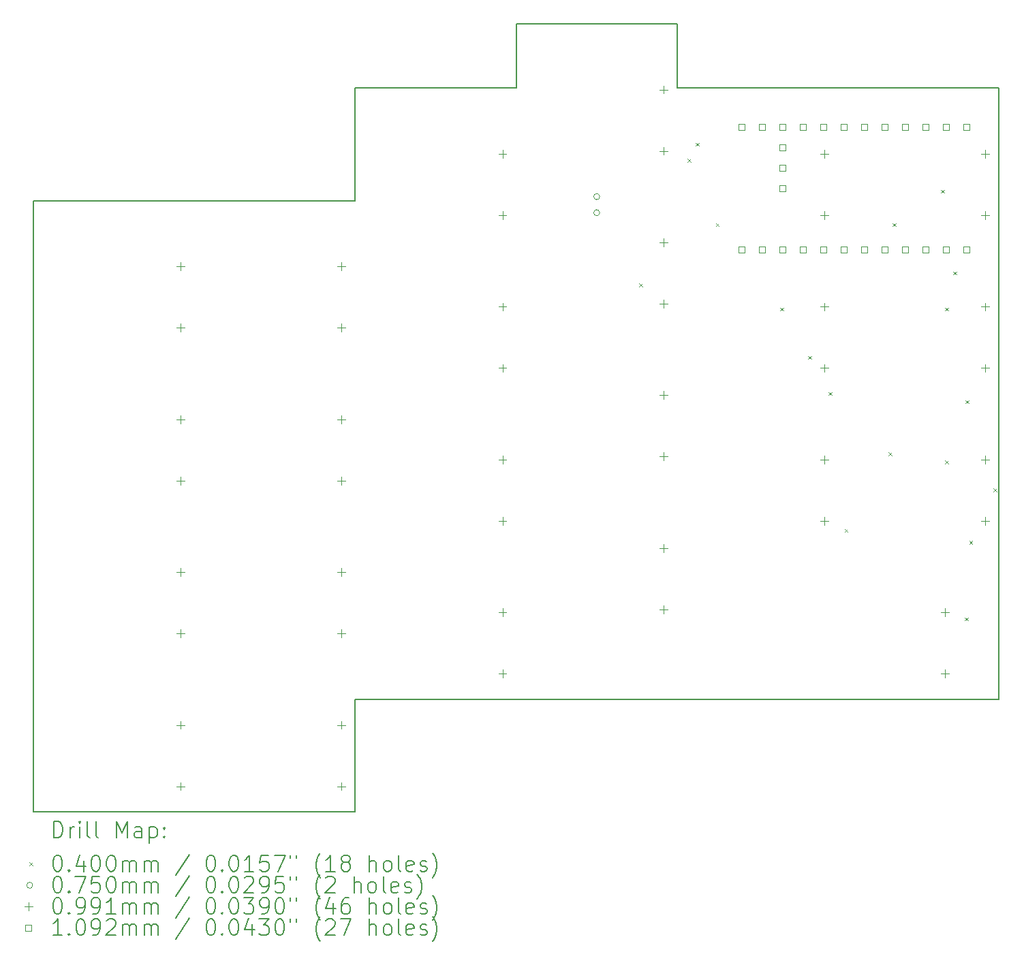
<source format=gbr>
%TF.GenerationSoftware,KiCad,Pcbnew,8.0.7*%
%TF.CreationDate,2025-01-04T23:43:08-07:00*%
%TF.ProjectId,left,6c656674-2e6b-4696-9361-645f70636258,v1.0.0*%
%TF.SameCoordinates,Original*%
%TF.FileFunction,Drillmap*%
%TF.FilePolarity,Positive*%
%FSLAX45Y45*%
G04 Gerber Fmt 4.5, Leading zero omitted, Abs format (unit mm)*
G04 Created by KiCad (PCBNEW 8.0.7) date 2025-01-04 23:43:08*
%MOMM*%
%LPD*%
G01*
G04 APERTURE LIST*
%ADD10C,0.150000*%
%ADD11C,0.200000*%
%ADD12C,0.100000*%
%ADD13C,0.109220*%
G04 APERTURE END LIST*
D10*
X9000000Y-15950000D02*
X9000000Y-8350000D01*
X9000000Y-8350000D02*
X13000000Y-8350000D01*
X13000000Y-8350000D02*
X13000000Y-6950000D01*
X13000000Y-6950000D02*
X15000000Y-6950000D01*
X15000000Y-6950000D02*
X15000000Y-6150000D01*
X15000000Y-6150000D02*
X17000000Y-6150000D01*
X17000000Y-6150000D02*
X17000000Y-6950000D01*
X17000000Y-6950000D02*
X21000000Y-6950000D01*
X21000000Y-6950000D02*
X21000000Y-14550000D01*
X13000000Y-14550000D02*
X21000000Y-14550000D01*
X13000000Y-14550000D02*
X13000000Y-15950000D01*
X13000000Y-15950000D02*
X9000000Y-15950000D01*
D11*
D12*
X16530000Y-9380000D02*
X16570000Y-9420000D01*
X16570000Y-9380000D02*
X16530000Y-9420000D01*
X17130000Y-7830000D02*
X17170000Y-7870000D01*
X17170000Y-7830000D02*
X17130000Y-7870000D01*
X17230000Y-7630000D02*
X17270000Y-7670000D01*
X17270000Y-7630000D02*
X17230000Y-7670000D01*
X17480000Y-8630000D02*
X17520000Y-8670000D01*
X17520000Y-8630000D02*
X17480000Y-8670000D01*
X18280000Y-9680000D02*
X18320000Y-9720000D01*
X18320000Y-9680000D02*
X18280000Y-9720000D01*
X18630000Y-10280000D02*
X18670000Y-10320000D01*
X18670000Y-10280000D02*
X18630000Y-10320000D01*
X18880000Y-10730000D02*
X18920000Y-10770000D01*
X18920000Y-10730000D02*
X18880000Y-10770000D01*
X19080000Y-12430000D02*
X19120000Y-12470000D01*
X19120000Y-12430000D02*
X19080000Y-12470000D01*
X19630000Y-11480000D02*
X19670000Y-11520000D01*
X19670000Y-11480000D02*
X19630000Y-11520000D01*
X19680000Y-8630000D02*
X19720000Y-8670000D01*
X19720000Y-8630000D02*
X19680000Y-8670000D01*
X20280000Y-8215000D02*
X20320000Y-8255000D01*
X20320000Y-8215000D02*
X20280000Y-8255000D01*
X20330000Y-9680000D02*
X20370000Y-9720000D01*
X20370000Y-9680000D02*
X20330000Y-9720000D01*
X20330000Y-11580000D02*
X20370000Y-11620000D01*
X20370000Y-11580000D02*
X20330000Y-11620000D01*
X20430000Y-9230000D02*
X20470000Y-9270000D01*
X20470000Y-9230000D02*
X20430000Y-9270000D01*
X20577639Y-13531836D02*
X20617639Y-13571836D01*
X20617639Y-13531836D02*
X20577639Y-13571836D01*
X20581265Y-10831265D02*
X20621265Y-10871265D01*
X20621265Y-10831265D02*
X20581265Y-10871265D01*
X20630000Y-12580000D02*
X20670000Y-12620000D01*
X20670000Y-12580000D02*
X20630000Y-12620000D01*
X20930000Y-11930000D02*
X20970000Y-11970000D01*
X20970000Y-11930000D02*
X20930000Y-11970000D01*
X16037500Y-8300000D02*
G75*
G02*
X15962500Y-8300000I-37500J0D01*
G01*
X15962500Y-8300000D02*
G75*
G02*
X16037500Y-8300000I37500J0D01*
G01*
X16037500Y-8500000D02*
G75*
G02*
X15962500Y-8500000I-37500J0D01*
G01*
X15962500Y-8500000D02*
G75*
G02*
X16037500Y-8500000I37500J0D01*
G01*
X10830000Y-9119470D02*
X10830000Y-9218530D01*
X10780470Y-9169000D02*
X10879530Y-9169000D01*
X10830000Y-9881470D02*
X10830000Y-9980530D01*
X10780470Y-9931000D02*
X10879530Y-9931000D01*
X10830000Y-11019470D02*
X10830000Y-11118530D01*
X10780470Y-11069000D02*
X10879530Y-11069000D01*
X10830000Y-11781470D02*
X10830000Y-11880530D01*
X10780470Y-11831000D02*
X10879530Y-11831000D01*
X10830000Y-12919470D02*
X10830000Y-13018530D01*
X10780470Y-12969000D02*
X10879530Y-12969000D01*
X10830000Y-13681470D02*
X10830000Y-13780530D01*
X10780470Y-13731000D02*
X10879530Y-13731000D01*
X10830000Y-14819470D02*
X10830000Y-14918530D01*
X10780470Y-14869000D02*
X10879530Y-14869000D01*
X10830000Y-15581470D02*
X10830000Y-15680530D01*
X10780470Y-15631000D02*
X10879530Y-15631000D01*
X12830000Y-9119470D02*
X12830000Y-9218530D01*
X12780470Y-9169000D02*
X12879530Y-9169000D01*
X12830000Y-9881470D02*
X12830000Y-9980530D01*
X12780470Y-9931000D02*
X12879530Y-9931000D01*
X12830000Y-11019470D02*
X12830000Y-11118530D01*
X12780470Y-11069000D02*
X12879530Y-11069000D01*
X12830000Y-11781470D02*
X12830000Y-11880530D01*
X12780470Y-11831000D02*
X12879530Y-11831000D01*
X12830000Y-12919470D02*
X12830000Y-13018530D01*
X12780470Y-12969000D02*
X12879530Y-12969000D01*
X12830000Y-13681470D02*
X12830000Y-13780530D01*
X12780470Y-13731000D02*
X12879530Y-13731000D01*
X12830000Y-14819470D02*
X12830000Y-14918530D01*
X12780470Y-14869000D02*
X12879530Y-14869000D01*
X12830000Y-15581470D02*
X12830000Y-15680530D01*
X12780470Y-15631000D02*
X12879530Y-15631000D01*
X14830000Y-7719470D02*
X14830000Y-7818530D01*
X14780470Y-7769000D02*
X14879530Y-7769000D01*
X14830000Y-8481470D02*
X14830000Y-8580530D01*
X14780470Y-8531000D02*
X14879530Y-8531000D01*
X14830000Y-9619470D02*
X14830000Y-9718530D01*
X14780470Y-9669000D02*
X14879530Y-9669000D01*
X14830000Y-10381470D02*
X14830000Y-10480530D01*
X14780470Y-10431000D02*
X14879530Y-10431000D01*
X14830000Y-11519470D02*
X14830000Y-11618530D01*
X14780470Y-11569000D02*
X14879530Y-11569000D01*
X14830000Y-12281470D02*
X14830000Y-12380530D01*
X14780470Y-12331000D02*
X14879530Y-12331000D01*
X14830000Y-13419470D02*
X14830000Y-13518530D01*
X14780470Y-13469000D02*
X14879530Y-13469000D01*
X14830000Y-14181470D02*
X14830000Y-14280530D01*
X14780470Y-14231000D02*
X14879530Y-14231000D01*
X16830000Y-6919470D02*
X16830000Y-7018530D01*
X16780470Y-6969000D02*
X16879530Y-6969000D01*
X16830000Y-7681470D02*
X16830000Y-7780530D01*
X16780470Y-7731000D02*
X16879530Y-7731000D01*
X16830000Y-8819470D02*
X16830000Y-8918530D01*
X16780470Y-8869000D02*
X16879530Y-8869000D01*
X16830000Y-9581470D02*
X16830000Y-9680530D01*
X16780470Y-9631000D02*
X16879530Y-9631000D01*
X16830000Y-10719470D02*
X16830000Y-10818530D01*
X16780470Y-10769000D02*
X16879530Y-10769000D01*
X16830000Y-11481470D02*
X16830000Y-11580530D01*
X16780470Y-11531000D02*
X16879530Y-11531000D01*
X16830000Y-12619470D02*
X16830000Y-12718530D01*
X16780470Y-12669000D02*
X16879530Y-12669000D01*
X16830000Y-13381470D02*
X16830000Y-13480530D01*
X16780470Y-13431000D02*
X16879530Y-13431000D01*
X18830000Y-7719470D02*
X18830000Y-7818530D01*
X18780470Y-7769000D02*
X18879530Y-7769000D01*
X18830000Y-8481470D02*
X18830000Y-8580530D01*
X18780470Y-8531000D02*
X18879530Y-8531000D01*
X18830000Y-9619470D02*
X18830000Y-9718530D01*
X18780470Y-9669000D02*
X18879530Y-9669000D01*
X18830000Y-10381470D02*
X18830000Y-10480530D01*
X18780470Y-10431000D02*
X18879530Y-10431000D01*
X18830000Y-11519470D02*
X18830000Y-11618530D01*
X18780470Y-11569000D02*
X18879530Y-11569000D01*
X18830000Y-12281470D02*
X18830000Y-12380530D01*
X18780470Y-12331000D02*
X18879530Y-12331000D01*
X20330000Y-13419470D02*
X20330000Y-13518530D01*
X20280470Y-13469000D02*
X20379530Y-13469000D01*
X20330000Y-14181470D02*
X20330000Y-14280530D01*
X20280470Y-14231000D02*
X20379530Y-14231000D01*
X20830000Y-7719470D02*
X20830000Y-7818530D01*
X20780470Y-7769000D02*
X20879530Y-7769000D01*
X20830000Y-8481470D02*
X20830000Y-8580530D01*
X20780470Y-8531000D02*
X20879530Y-8531000D01*
X20830000Y-9619470D02*
X20830000Y-9718530D01*
X20780470Y-9669000D02*
X20879530Y-9669000D01*
X20830000Y-10381470D02*
X20830000Y-10480530D01*
X20780470Y-10431000D02*
X20879530Y-10431000D01*
X20830000Y-11519470D02*
X20830000Y-11618530D01*
X20780470Y-11569000D02*
X20879530Y-11569000D01*
X20830000Y-12281470D02*
X20830000Y-12380530D01*
X20780470Y-12331000D02*
X20879530Y-12331000D01*
D13*
X17841616Y-7476615D02*
X17841616Y-7399384D01*
X17764385Y-7399384D01*
X17764385Y-7476615D01*
X17841616Y-7476615D01*
X17841616Y-9000616D02*
X17841616Y-8923385D01*
X17764385Y-8923385D01*
X17764385Y-9000616D01*
X17841616Y-9000616D01*
X18095616Y-7476615D02*
X18095616Y-7399384D01*
X18018385Y-7399384D01*
X18018385Y-7476615D01*
X18095616Y-7476615D01*
X18095616Y-9000616D02*
X18095616Y-8923385D01*
X18018385Y-8923385D01*
X18018385Y-9000616D01*
X18095616Y-9000616D01*
X18349616Y-7476615D02*
X18349616Y-7399384D01*
X18272385Y-7399384D01*
X18272385Y-7476615D01*
X18349616Y-7476615D01*
X18349616Y-7730615D02*
X18349616Y-7653384D01*
X18272385Y-7653384D01*
X18272385Y-7730615D01*
X18349616Y-7730615D01*
X18349616Y-7984615D02*
X18349616Y-7907384D01*
X18272385Y-7907384D01*
X18272385Y-7984615D01*
X18349616Y-7984615D01*
X18349616Y-8238615D02*
X18349616Y-8161384D01*
X18272385Y-8161384D01*
X18272385Y-8238615D01*
X18349616Y-8238615D01*
X18349616Y-9000616D02*
X18349616Y-8923385D01*
X18272385Y-8923385D01*
X18272385Y-9000616D01*
X18349616Y-9000616D01*
X18603616Y-7476615D02*
X18603616Y-7399384D01*
X18526385Y-7399384D01*
X18526385Y-7476615D01*
X18603616Y-7476615D01*
X18603616Y-9000616D02*
X18603616Y-8923385D01*
X18526385Y-8923385D01*
X18526385Y-9000616D01*
X18603616Y-9000616D01*
X18857616Y-7476615D02*
X18857616Y-7399384D01*
X18780385Y-7399384D01*
X18780385Y-7476615D01*
X18857616Y-7476615D01*
X18857616Y-9000616D02*
X18857616Y-8923385D01*
X18780385Y-8923385D01*
X18780385Y-9000616D01*
X18857616Y-9000616D01*
X19111616Y-7476615D02*
X19111616Y-7399384D01*
X19034385Y-7399384D01*
X19034385Y-7476615D01*
X19111616Y-7476615D01*
X19111616Y-9000616D02*
X19111616Y-8923385D01*
X19034385Y-8923385D01*
X19034385Y-9000616D01*
X19111616Y-9000616D01*
X19365616Y-7476615D02*
X19365616Y-7399384D01*
X19288385Y-7399384D01*
X19288385Y-7476615D01*
X19365616Y-7476615D01*
X19365616Y-9000616D02*
X19365616Y-8923385D01*
X19288385Y-8923385D01*
X19288385Y-9000616D01*
X19365616Y-9000616D01*
X19619616Y-7476615D02*
X19619616Y-7399384D01*
X19542385Y-7399384D01*
X19542385Y-7476615D01*
X19619616Y-7476615D01*
X19619616Y-9000616D02*
X19619616Y-8923385D01*
X19542385Y-8923385D01*
X19542385Y-9000616D01*
X19619616Y-9000616D01*
X19873616Y-7476615D02*
X19873616Y-7399384D01*
X19796385Y-7399384D01*
X19796385Y-7476615D01*
X19873616Y-7476615D01*
X19873616Y-9000616D02*
X19873616Y-8923385D01*
X19796385Y-8923385D01*
X19796385Y-9000616D01*
X19873616Y-9000616D01*
X20127616Y-7476615D02*
X20127616Y-7399384D01*
X20050385Y-7399384D01*
X20050385Y-7476615D01*
X20127616Y-7476615D01*
X20127616Y-9000616D02*
X20127616Y-8923385D01*
X20050385Y-8923385D01*
X20050385Y-9000616D01*
X20127616Y-9000616D01*
X20381616Y-7476615D02*
X20381616Y-7399384D01*
X20304385Y-7399384D01*
X20304385Y-7476615D01*
X20381616Y-7476615D01*
X20381616Y-9000616D02*
X20381616Y-8923385D01*
X20304385Y-8923385D01*
X20304385Y-9000616D01*
X20381616Y-9000616D01*
X20635616Y-7476615D02*
X20635616Y-7399384D01*
X20558385Y-7399384D01*
X20558385Y-7476615D01*
X20635616Y-7476615D01*
X20635616Y-9000616D02*
X20635616Y-8923385D01*
X20558385Y-8923385D01*
X20558385Y-9000616D01*
X20635616Y-9000616D01*
D11*
X9253277Y-16268984D02*
X9253277Y-16068984D01*
X9253277Y-16068984D02*
X9300896Y-16068984D01*
X9300896Y-16068984D02*
X9329467Y-16078508D01*
X9329467Y-16078508D02*
X9348515Y-16097555D01*
X9348515Y-16097555D02*
X9358039Y-16116603D01*
X9358039Y-16116603D02*
X9367563Y-16154698D01*
X9367563Y-16154698D02*
X9367563Y-16183269D01*
X9367563Y-16183269D02*
X9358039Y-16221365D01*
X9358039Y-16221365D02*
X9348515Y-16240412D01*
X9348515Y-16240412D02*
X9329467Y-16259460D01*
X9329467Y-16259460D02*
X9300896Y-16268984D01*
X9300896Y-16268984D02*
X9253277Y-16268984D01*
X9453277Y-16268984D02*
X9453277Y-16135650D01*
X9453277Y-16173746D02*
X9462801Y-16154698D01*
X9462801Y-16154698D02*
X9472324Y-16145174D01*
X9472324Y-16145174D02*
X9491372Y-16135650D01*
X9491372Y-16135650D02*
X9510420Y-16135650D01*
X9577086Y-16268984D02*
X9577086Y-16135650D01*
X9577086Y-16068984D02*
X9567563Y-16078508D01*
X9567563Y-16078508D02*
X9577086Y-16088031D01*
X9577086Y-16088031D02*
X9586610Y-16078508D01*
X9586610Y-16078508D02*
X9577086Y-16068984D01*
X9577086Y-16068984D02*
X9577086Y-16088031D01*
X9700896Y-16268984D02*
X9681848Y-16259460D01*
X9681848Y-16259460D02*
X9672324Y-16240412D01*
X9672324Y-16240412D02*
X9672324Y-16068984D01*
X9805658Y-16268984D02*
X9786610Y-16259460D01*
X9786610Y-16259460D02*
X9777086Y-16240412D01*
X9777086Y-16240412D02*
X9777086Y-16068984D01*
X10034229Y-16268984D02*
X10034229Y-16068984D01*
X10034229Y-16068984D02*
X10100896Y-16211841D01*
X10100896Y-16211841D02*
X10167563Y-16068984D01*
X10167563Y-16068984D02*
X10167563Y-16268984D01*
X10348515Y-16268984D02*
X10348515Y-16164222D01*
X10348515Y-16164222D02*
X10338991Y-16145174D01*
X10338991Y-16145174D02*
X10319944Y-16135650D01*
X10319944Y-16135650D02*
X10281848Y-16135650D01*
X10281848Y-16135650D02*
X10262801Y-16145174D01*
X10348515Y-16259460D02*
X10329467Y-16268984D01*
X10329467Y-16268984D02*
X10281848Y-16268984D01*
X10281848Y-16268984D02*
X10262801Y-16259460D01*
X10262801Y-16259460D02*
X10253277Y-16240412D01*
X10253277Y-16240412D02*
X10253277Y-16221365D01*
X10253277Y-16221365D02*
X10262801Y-16202317D01*
X10262801Y-16202317D02*
X10281848Y-16192793D01*
X10281848Y-16192793D02*
X10329467Y-16192793D01*
X10329467Y-16192793D02*
X10348515Y-16183269D01*
X10443753Y-16135650D02*
X10443753Y-16335650D01*
X10443753Y-16145174D02*
X10462801Y-16135650D01*
X10462801Y-16135650D02*
X10500896Y-16135650D01*
X10500896Y-16135650D02*
X10519944Y-16145174D01*
X10519944Y-16145174D02*
X10529467Y-16154698D01*
X10529467Y-16154698D02*
X10538991Y-16173746D01*
X10538991Y-16173746D02*
X10538991Y-16230888D01*
X10538991Y-16230888D02*
X10529467Y-16249936D01*
X10529467Y-16249936D02*
X10519944Y-16259460D01*
X10519944Y-16259460D02*
X10500896Y-16268984D01*
X10500896Y-16268984D02*
X10462801Y-16268984D01*
X10462801Y-16268984D02*
X10443753Y-16259460D01*
X10624705Y-16249936D02*
X10634229Y-16259460D01*
X10634229Y-16259460D02*
X10624705Y-16268984D01*
X10624705Y-16268984D02*
X10615182Y-16259460D01*
X10615182Y-16259460D02*
X10624705Y-16249936D01*
X10624705Y-16249936D02*
X10624705Y-16268984D01*
X10624705Y-16145174D02*
X10634229Y-16154698D01*
X10634229Y-16154698D02*
X10624705Y-16164222D01*
X10624705Y-16164222D02*
X10615182Y-16154698D01*
X10615182Y-16154698D02*
X10624705Y-16145174D01*
X10624705Y-16145174D02*
X10624705Y-16164222D01*
D12*
X8952500Y-16577500D02*
X8992500Y-16617500D01*
X8992500Y-16577500D02*
X8952500Y-16617500D01*
D11*
X9291372Y-16488984D02*
X9310420Y-16488984D01*
X9310420Y-16488984D02*
X9329467Y-16498508D01*
X9329467Y-16498508D02*
X9338991Y-16508031D01*
X9338991Y-16508031D02*
X9348515Y-16527079D01*
X9348515Y-16527079D02*
X9358039Y-16565174D01*
X9358039Y-16565174D02*
X9358039Y-16612793D01*
X9358039Y-16612793D02*
X9348515Y-16650888D01*
X9348515Y-16650888D02*
X9338991Y-16669936D01*
X9338991Y-16669936D02*
X9329467Y-16679460D01*
X9329467Y-16679460D02*
X9310420Y-16688984D01*
X9310420Y-16688984D02*
X9291372Y-16688984D01*
X9291372Y-16688984D02*
X9272324Y-16679460D01*
X9272324Y-16679460D02*
X9262801Y-16669936D01*
X9262801Y-16669936D02*
X9253277Y-16650888D01*
X9253277Y-16650888D02*
X9243753Y-16612793D01*
X9243753Y-16612793D02*
X9243753Y-16565174D01*
X9243753Y-16565174D02*
X9253277Y-16527079D01*
X9253277Y-16527079D02*
X9262801Y-16508031D01*
X9262801Y-16508031D02*
X9272324Y-16498508D01*
X9272324Y-16498508D02*
X9291372Y-16488984D01*
X9443753Y-16669936D02*
X9453277Y-16679460D01*
X9453277Y-16679460D02*
X9443753Y-16688984D01*
X9443753Y-16688984D02*
X9434229Y-16679460D01*
X9434229Y-16679460D02*
X9443753Y-16669936D01*
X9443753Y-16669936D02*
X9443753Y-16688984D01*
X9624705Y-16555650D02*
X9624705Y-16688984D01*
X9577086Y-16479460D02*
X9529467Y-16622317D01*
X9529467Y-16622317D02*
X9653277Y-16622317D01*
X9767563Y-16488984D02*
X9786610Y-16488984D01*
X9786610Y-16488984D02*
X9805658Y-16498508D01*
X9805658Y-16498508D02*
X9815182Y-16508031D01*
X9815182Y-16508031D02*
X9824705Y-16527079D01*
X9824705Y-16527079D02*
X9834229Y-16565174D01*
X9834229Y-16565174D02*
X9834229Y-16612793D01*
X9834229Y-16612793D02*
X9824705Y-16650888D01*
X9824705Y-16650888D02*
X9815182Y-16669936D01*
X9815182Y-16669936D02*
X9805658Y-16679460D01*
X9805658Y-16679460D02*
X9786610Y-16688984D01*
X9786610Y-16688984D02*
X9767563Y-16688984D01*
X9767563Y-16688984D02*
X9748515Y-16679460D01*
X9748515Y-16679460D02*
X9738991Y-16669936D01*
X9738991Y-16669936D02*
X9729467Y-16650888D01*
X9729467Y-16650888D02*
X9719944Y-16612793D01*
X9719944Y-16612793D02*
X9719944Y-16565174D01*
X9719944Y-16565174D02*
X9729467Y-16527079D01*
X9729467Y-16527079D02*
X9738991Y-16508031D01*
X9738991Y-16508031D02*
X9748515Y-16498508D01*
X9748515Y-16498508D02*
X9767563Y-16488984D01*
X9958039Y-16488984D02*
X9977086Y-16488984D01*
X9977086Y-16488984D02*
X9996134Y-16498508D01*
X9996134Y-16498508D02*
X10005658Y-16508031D01*
X10005658Y-16508031D02*
X10015182Y-16527079D01*
X10015182Y-16527079D02*
X10024705Y-16565174D01*
X10024705Y-16565174D02*
X10024705Y-16612793D01*
X10024705Y-16612793D02*
X10015182Y-16650888D01*
X10015182Y-16650888D02*
X10005658Y-16669936D01*
X10005658Y-16669936D02*
X9996134Y-16679460D01*
X9996134Y-16679460D02*
X9977086Y-16688984D01*
X9977086Y-16688984D02*
X9958039Y-16688984D01*
X9958039Y-16688984D02*
X9938991Y-16679460D01*
X9938991Y-16679460D02*
X9929467Y-16669936D01*
X9929467Y-16669936D02*
X9919944Y-16650888D01*
X9919944Y-16650888D02*
X9910420Y-16612793D01*
X9910420Y-16612793D02*
X9910420Y-16565174D01*
X9910420Y-16565174D02*
X9919944Y-16527079D01*
X9919944Y-16527079D02*
X9929467Y-16508031D01*
X9929467Y-16508031D02*
X9938991Y-16498508D01*
X9938991Y-16498508D02*
X9958039Y-16488984D01*
X10110420Y-16688984D02*
X10110420Y-16555650D01*
X10110420Y-16574698D02*
X10119944Y-16565174D01*
X10119944Y-16565174D02*
X10138991Y-16555650D01*
X10138991Y-16555650D02*
X10167563Y-16555650D01*
X10167563Y-16555650D02*
X10186610Y-16565174D01*
X10186610Y-16565174D02*
X10196134Y-16584222D01*
X10196134Y-16584222D02*
X10196134Y-16688984D01*
X10196134Y-16584222D02*
X10205658Y-16565174D01*
X10205658Y-16565174D02*
X10224705Y-16555650D01*
X10224705Y-16555650D02*
X10253277Y-16555650D01*
X10253277Y-16555650D02*
X10272325Y-16565174D01*
X10272325Y-16565174D02*
X10281848Y-16584222D01*
X10281848Y-16584222D02*
X10281848Y-16688984D01*
X10377086Y-16688984D02*
X10377086Y-16555650D01*
X10377086Y-16574698D02*
X10386610Y-16565174D01*
X10386610Y-16565174D02*
X10405658Y-16555650D01*
X10405658Y-16555650D02*
X10434229Y-16555650D01*
X10434229Y-16555650D02*
X10453277Y-16565174D01*
X10453277Y-16565174D02*
X10462801Y-16584222D01*
X10462801Y-16584222D02*
X10462801Y-16688984D01*
X10462801Y-16584222D02*
X10472325Y-16565174D01*
X10472325Y-16565174D02*
X10491372Y-16555650D01*
X10491372Y-16555650D02*
X10519944Y-16555650D01*
X10519944Y-16555650D02*
X10538991Y-16565174D01*
X10538991Y-16565174D02*
X10548515Y-16584222D01*
X10548515Y-16584222D02*
X10548515Y-16688984D01*
X10938991Y-16479460D02*
X10767563Y-16736603D01*
X11196134Y-16488984D02*
X11215182Y-16488984D01*
X11215182Y-16488984D02*
X11234229Y-16498508D01*
X11234229Y-16498508D02*
X11243753Y-16508031D01*
X11243753Y-16508031D02*
X11253277Y-16527079D01*
X11253277Y-16527079D02*
X11262801Y-16565174D01*
X11262801Y-16565174D02*
X11262801Y-16612793D01*
X11262801Y-16612793D02*
X11253277Y-16650888D01*
X11253277Y-16650888D02*
X11243753Y-16669936D01*
X11243753Y-16669936D02*
X11234229Y-16679460D01*
X11234229Y-16679460D02*
X11215182Y-16688984D01*
X11215182Y-16688984D02*
X11196134Y-16688984D01*
X11196134Y-16688984D02*
X11177087Y-16679460D01*
X11177087Y-16679460D02*
X11167563Y-16669936D01*
X11167563Y-16669936D02*
X11158039Y-16650888D01*
X11158039Y-16650888D02*
X11148515Y-16612793D01*
X11148515Y-16612793D02*
X11148515Y-16565174D01*
X11148515Y-16565174D02*
X11158039Y-16527079D01*
X11158039Y-16527079D02*
X11167563Y-16508031D01*
X11167563Y-16508031D02*
X11177087Y-16498508D01*
X11177087Y-16498508D02*
X11196134Y-16488984D01*
X11348515Y-16669936D02*
X11358039Y-16679460D01*
X11358039Y-16679460D02*
X11348515Y-16688984D01*
X11348515Y-16688984D02*
X11338991Y-16679460D01*
X11338991Y-16679460D02*
X11348515Y-16669936D01*
X11348515Y-16669936D02*
X11348515Y-16688984D01*
X11481848Y-16488984D02*
X11500896Y-16488984D01*
X11500896Y-16488984D02*
X11519944Y-16498508D01*
X11519944Y-16498508D02*
X11529467Y-16508031D01*
X11529467Y-16508031D02*
X11538991Y-16527079D01*
X11538991Y-16527079D02*
X11548515Y-16565174D01*
X11548515Y-16565174D02*
X11548515Y-16612793D01*
X11548515Y-16612793D02*
X11538991Y-16650888D01*
X11538991Y-16650888D02*
X11529467Y-16669936D01*
X11529467Y-16669936D02*
X11519944Y-16679460D01*
X11519944Y-16679460D02*
X11500896Y-16688984D01*
X11500896Y-16688984D02*
X11481848Y-16688984D01*
X11481848Y-16688984D02*
X11462801Y-16679460D01*
X11462801Y-16679460D02*
X11453277Y-16669936D01*
X11453277Y-16669936D02*
X11443753Y-16650888D01*
X11443753Y-16650888D02*
X11434229Y-16612793D01*
X11434229Y-16612793D02*
X11434229Y-16565174D01*
X11434229Y-16565174D02*
X11443753Y-16527079D01*
X11443753Y-16527079D02*
X11453277Y-16508031D01*
X11453277Y-16508031D02*
X11462801Y-16498508D01*
X11462801Y-16498508D02*
X11481848Y-16488984D01*
X11738991Y-16688984D02*
X11624706Y-16688984D01*
X11681848Y-16688984D02*
X11681848Y-16488984D01*
X11681848Y-16488984D02*
X11662801Y-16517555D01*
X11662801Y-16517555D02*
X11643753Y-16536603D01*
X11643753Y-16536603D02*
X11624706Y-16546127D01*
X11919944Y-16488984D02*
X11824706Y-16488984D01*
X11824706Y-16488984D02*
X11815182Y-16584222D01*
X11815182Y-16584222D02*
X11824706Y-16574698D01*
X11824706Y-16574698D02*
X11843753Y-16565174D01*
X11843753Y-16565174D02*
X11891372Y-16565174D01*
X11891372Y-16565174D02*
X11910420Y-16574698D01*
X11910420Y-16574698D02*
X11919944Y-16584222D01*
X11919944Y-16584222D02*
X11929467Y-16603269D01*
X11929467Y-16603269D02*
X11929467Y-16650888D01*
X11929467Y-16650888D02*
X11919944Y-16669936D01*
X11919944Y-16669936D02*
X11910420Y-16679460D01*
X11910420Y-16679460D02*
X11891372Y-16688984D01*
X11891372Y-16688984D02*
X11843753Y-16688984D01*
X11843753Y-16688984D02*
X11824706Y-16679460D01*
X11824706Y-16679460D02*
X11815182Y-16669936D01*
X11996134Y-16488984D02*
X12129467Y-16488984D01*
X12129467Y-16488984D02*
X12043753Y-16688984D01*
X12196134Y-16488984D02*
X12196134Y-16527079D01*
X12272325Y-16488984D02*
X12272325Y-16527079D01*
X12567563Y-16765174D02*
X12558039Y-16755650D01*
X12558039Y-16755650D02*
X12538991Y-16727079D01*
X12538991Y-16727079D02*
X12529468Y-16708031D01*
X12529468Y-16708031D02*
X12519944Y-16679460D01*
X12519944Y-16679460D02*
X12510420Y-16631841D01*
X12510420Y-16631841D02*
X12510420Y-16593746D01*
X12510420Y-16593746D02*
X12519944Y-16546127D01*
X12519944Y-16546127D02*
X12529468Y-16517555D01*
X12529468Y-16517555D02*
X12538991Y-16498508D01*
X12538991Y-16498508D02*
X12558039Y-16469936D01*
X12558039Y-16469936D02*
X12567563Y-16460412D01*
X12748515Y-16688984D02*
X12634229Y-16688984D01*
X12691372Y-16688984D02*
X12691372Y-16488984D01*
X12691372Y-16488984D02*
X12672325Y-16517555D01*
X12672325Y-16517555D02*
X12653277Y-16536603D01*
X12653277Y-16536603D02*
X12634229Y-16546127D01*
X12862801Y-16574698D02*
X12843753Y-16565174D01*
X12843753Y-16565174D02*
X12834229Y-16555650D01*
X12834229Y-16555650D02*
X12824706Y-16536603D01*
X12824706Y-16536603D02*
X12824706Y-16527079D01*
X12824706Y-16527079D02*
X12834229Y-16508031D01*
X12834229Y-16508031D02*
X12843753Y-16498508D01*
X12843753Y-16498508D02*
X12862801Y-16488984D01*
X12862801Y-16488984D02*
X12900896Y-16488984D01*
X12900896Y-16488984D02*
X12919944Y-16498508D01*
X12919944Y-16498508D02*
X12929468Y-16508031D01*
X12929468Y-16508031D02*
X12938991Y-16527079D01*
X12938991Y-16527079D02*
X12938991Y-16536603D01*
X12938991Y-16536603D02*
X12929468Y-16555650D01*
X12929468Y-16555650D02*
X12919944Y-16565174D01*
X12919944Y-16565174D02*
X12900896Y-16574698D01*
X12900896Y-16574698D02*
X12862801Y-16574698D01*
X12862801Y-16574698D02*
X12843753Y-16584222D01*
X12843753Y-16584222D02*
X12834229Y-16593746D01*
X12834229Y-16593746D02*
X12824706Y-16612793D01*
X12824706Y-16612793D02*
X12824706Y-16650888D01*
X12824706Y-16650888D02*
X12834229Y-16669936D01*
X12834229Y-16669936D02*
X12843753Y-16679460D01*
X12843753Y-16679460D02*
X12862801Y-16688984D01*
X12862801Y-16688984D02*
X12900896Y-16688984D01*
X12900896Y-16688984D02*
X12919944Y-16679460D01*
X12919944Y-16679460D02*
X12929468Y-16669936D01*
X12929468Y-16669936D02*
X12938991Y-16650888D01*
X12938991Y-16650888D02*
X12938991Y-16612793D01*
X12938991Y-16612793D02*
X12929468Y-16593746D01*
X12929468Y-16593746D02*
X12919944Y-16584222D01*
X12919944Y-16584222D02*
X12900896Y-16574698D01*
X13177087Y-16688984D02*
X13177087Y-16488984D01*
X13262801Y-16688984D02*
X13262801Y-16584222D01*
X13262801Y-16584222D02*
X13253277Y-16565174D01*
X13253277Y-16565174D02*
X13234230Y-16555650D01*
X13234230Y-16555650D02*
X13205658Y-16555650D01*
X13205658Y-16555650D02*
X13186610Y-16565174D01*
X13186610Y-16565174D02*
X13177087Y-16574698D01*
X13386610Y-16688984D02*
X13367563Y-16679460D01*
X13367563Y-16679460D02*
X13358039Y-16669936D01*
X13358039Y-16669936D02*
X13348515Y-16650888D01*
X13348515Y-16650888D02*
X13348515Y-16593746D01*
X13348515Y-16593746D02*
X13358039Y-16574698D01*
X13358039Y-16574698D02*
X13367563Y-16565174D01*
X13367563Y-16565174D02*
X13386610Y-16555650D01*
X13386610Y-16555650D02*
X13415182Y-16555650D01*
X13415182Y-16555650D02*
X13434230Y-16565174D01*
X13434230Y-16565174D02*
X13443753Y-16574698D01*
X13443753Y-16574698D02*
X13453277Y-16593746D01*
X13453277Y-16593746D02*
X13453277Y-16650888D01*
X13453277Y-16650888D02*
X13443753Y-16669936D01*
X13443753Y-16669936D02*
X13434230Y-16679460D01*
X13434230Y-16679460D02*
X13415182Y-16688984D01*
X13415182Y-16688984D02*
X13386610Y-16688984D01*
X13567563Y-16688984D02*
X13548515Y-16679460D01*
X13548515Y-16679460D02*
X13538991Y-16660412D01*
X13538991Y-16660412D02*
X13538991Y-16488984D01*
X13719944Y-16679460D02*
X13700896Y-16688984D01*
X13700896Y-16688984D02*
X13662801Y-16688984D01*
X13662801Y-16688984D02*
X13643753Y-16679460D01*
X13643753Y-16679460D02*
X13634230Y-16660412D01*
X13634230Y-16660412D02*
X13634230Y-16584222D01*
X13634230Y-16584222D02*
X13643753Y-16565174D01*
X13643753Y-16565174D02*
X13662801Y-16555650D01*
X13662801Y-16555650D02*
X13700896Y-16555650D01*
X13700896Y-16555650D02*
X13719944Y-16565174D01*
X13719944Y-16565174D02*
X13729468Y-16584222D01*
X13729468Y-16584222D02*
X13729468Y-16603269D01*
X13729468Y-16603269D02*
X13634230Y-16622317D01*
X13805658Y-16679460D02*
X13824706Y-16688984D01*
X13824706Y-16688984D02*
X13862801Y-16688984D01*
X13862801Y-16688984D02*
X13881849Y-16679460D01*
X13881849Y-16679460D02*
X13891372Y-16660412D01*
X13891372Y-16660412D02*
X13891372Y-16650888D01*
X13891372Y-16650888D02*
X13881849Y-16631841D01*
X13881849Y-16631841D02*
X13862801Y-16622317D01*
X13862801Y-16622317D02*
X13834230Y-16622317D01*
X13834230Y-16622317D02*
X13815182Y-16612793D01*
X13815182Y-16612793D02*
X13805658Y-16593746D01*
X13805658Y-16593746D02*
X13805658Y-16584222D01*
X13805658Y-16584222D02*
X13815182Y-16565174D01*
X13815182Y-16565174D02*
X13834230Y-16555650D01*
X13834230Y-16555650D02*
X13862801Y-16555650D01*
X13862801Y-16555650D02*
X13881849Y-16565174D01*
X13958039Y-16765174D02*
X13967563Y-16755650D01*
X13967563Y-16755650D02*
X13986611Y-16727079D01*
X13986611Y-16727079D02*
X13996134Y-16708031D01*
X13996134Y-16708031D02*
X14005658Y-16679460D01*
X14005658Y-16679460D02*
X14015182Y-16631841D01*
X14015182Y-16631841D02*
X14015182Y-16593746D01*
X14015182Y-16593746D02*
X14005658Y-16546127D01*
X14005658Y-16546127D02*
X13996134Y-16517555D01*
X13996134Y-16517555D02*
X13986611Y-16498508D01*
X13986611Y-16498508D02*
X13967563Y-16469936D01*
X13967563Y-16469936D02*
X13958039Y-16460412D01*
D12*
X8992500Y-16861500D02*
G75*
G02*
X8917500Y-16861500I-37500J0D01*
G01*
X8917500Y-16861500D02*
G75*
G02*
X8992500Y-16861500I37500J0D01*
G01*
D11*
X9291372Y-16752984D02*
X9310420Y-16752984D01*
X9310420Y-16752984D02*
X9329467Y-16762508D01*
X9329467Y-16762508D02*
X9338991Y-16772031D01*
X9338991Y-16772031D02*
X9348515Y-16791079D01*
X9348515Y-16791079D02*
X9358039Y-16829174D01*
X9358039Y-16829174D02*
X9358039Y-16876793D01*
X9358039Y-16876793D02*
X9348515Y-16914889D01*
X9348515Y-16914889D02*
X9338991Y-16933936D01*
X9338991Y-16933936D02*
X9329467Y-16943460D01*
X9329467Y-16943460D02*
X9310420Y-16952984D01*
X9310420Y-16952984D02*
X9291372Y-16952984D01*
X9291372Y-16952984D02*
X9272324Y-16943460D01*
X9272324Y-16943460D02*
X9262801Y-16933936D01*
X9262801Y-16933936D02*
X9253277Y-16914889D01*
X9253277Y-16914889D02*
X9243753Y-16876793D01*
X9243753Y-16876793D02*
X9243753Y-16829174D01*
X9243753Y-16829174D02*
X9253277Y-16791079D01*
X9253277Y-16791079D02*
X9262801Y-16772031D01*
X9262801Y-16772031D02*
X9272324Y-16762508D01*
X9272324Y-16762508D02*
X9291372Y-16752984D01*
X9443753Y-16933936D02*
X9453277Y-16943460D01*
X9453277Y-16943460D02*
X9443753Y-16952984D01*
X9443753Y-16952984D02*
X9434229Y-16943460D01*
X9434229Y-16943460D02*
X9443753Y-16933936D01*
X9443753Y-16933936D02*
X9443753Y-16952984D01*
X9519944Y-16752984D02*
X9653277Y-16752984D01*
X9653277Y-16752984D02*
X9567563Y-16952984D01*
X9824705Y-16752984D02*
X9729467Y-16752984D01*
X9729467Y-16752984D02*
X9719944Y-16848222D01*
X9719944Y-16848222D02*
X9729467Y-16838698D01*
X9729467Y-16838698D02*
X9748515Y-16829174D01*
X9748515Y-16829174D02*
X9796134Y-16829174D01*
X9796134Y-16829174D02*
X9815182Y-16838698D01*
X9815182Y-16838698D02*
X9824705Y-16848222D01*
X9824705Y-16848222D02*
X9834229Y-16867270D01*
X9834229Y-16867270D02*
X9834229Y-16914889D01*
X9834229Y-16914889D02*
X9824705Y-16933936D01*
X9824705Y-16933936D02*
X9815182Y-16943460D01*
X9815182Y-16943460D02*
X9796134Y-16952984D01*
X9796134Y-16952984D02*
X9748515Y-16952984D01*
X9748515Y-16952984D02*
X9729467Y-16943460D01*
X9729467Y-16943460D02*
X9719944Y-16933936D01*
X9958039Y-16752984D02*
X9977086Y-16752984D01*
X9977086Y-16752984D02*
X9996134Y-16762508D01*
X9996134Y-16762508D02*
X10005658Y-16772031D01*
X10005658Y-16772031D02*
X10015182Y-16791079D01*
X10015182Y-16791079D02*
X10024705Y-16829174D01*
X10024705Y-16829174D02*
X10024705Y-16876793D01*
X10024705Y-16876793D02*
X10015182Y-16914889D01*
X10015182Y-16914889D02*
X10005658Y-16933936D01*
X10005658Y-16933936D02*
X9996134Y-16943460D01*
X9996134Y-16943460D02*
X9977086Y-16952984D01*
X9977086Y-16952984D02*
X9958039Y-16952984D01*
X9958039Y-16952984D02*
X9938991Y-16943460D01*
X9938991Y-16943460D02*
X9929467Y-16933936D01*
X9929467Y-16933936D02*
X9919944Y-16914889D01*
X9919944Y-16914889D02*
X9910420Y-16876793D01*
X9910420Y-16876793D02*
X9910420Y-16829174D01*
X9910420Y-16829174D02*
X9919944Y-16791079D01*
X9919944Y-16791079D02*
X9929467Y-16772031D01*
X9929467Y-16772031D02*
X9938991Y-16762508D01*
X9938991Y-16762508D02*
X9958039Y-16752984D01*
X10110420Y-16952984D02*
X10110420Y-16819650D01*
X10110420Y-16838698D02*
X10119944Y-16829174D01*
X10119944Y-16829174D02*
X10138991Y-16819650D01*
X10138991Y-16819650D02*
X10167563Y-16819650D01*
X10167563Y-16819650D02*
X10186610Y-16829174D01*
X10186610Y-16829174D02*
X10196134Y-16848222D01*
X10196134Y-16848222D02*
X10196134Y-16952984D01*
X10196134Y-16848222D02*
X10205658Y-16829174D01*
X10205658Y-16829174D02*
X10224705Y-16819650D01*
X10224705Y-16819650D02*
X10253277Y-16819650D01*
X10253277Y-16819650D02*
X10272325Y-16829174D01*
X10272325Y-16829174D02*
X10281848Y-16848222D01*
X10281848Y-16848222D02*
X10281848Y-16952984D01*
X10377086Y-16952984D02*
X10377086Y-16819650D01*
X10377086Y-16838698D02*
X10386610Y-16829174D01*
X10386610Y-16829174D02*
X10405658Y-16819650D01*
X10405658Y-16819650D02*
X10434229Y-16819650D01*
X10434229Y-16819650D02*
X10453277Y-16829174D01*
X10453277Y-16829174D02*
X10462801Y-16848222D01*
X10462801Y-16848222D02*
X10462801Y-16952984D01*
X10462801Y-16848222D02*
X10472325Y-16829174D01*
X10472325Y-16829174D02*
X10491372Y-16819650D01*
X10491372Y-16819650D02*
X10519944Y-16819650D01*
X10519944Y-16819650D02*
X10538991Y-16829174D01*
X10538991Y-16829174D02*
X10548515Y-16848222D01*
X10548515Y-16848222D02*
X10548515Y-16952984D01*
X10938991Y-16743460D02*
X10767563Y-17000603D01*
X11196134Y-16752984D02*
X11215182Y-16752984D01*
X11215182Y-16752984D02*
X11234229Y-16762508D01*
X11234229Y-16762508D02*
X11243753Y-16772031D01*
X11243753Y-16772031D02*
X11253277Y-16791079D01*
X11253277Y-16791079D02*
X11262801Y-16829174D01*
X11262801Y-16829174D02*
X11262801Y-16876793D01*
X11262801Y-16876793D02*
X11253277Y-16914889D01*
X11253277Y-16914889D02*
X11243753Y-16933936D01*
X11243753Y-16933936D02*
X11234229Y-16943460D01*
X11234229Y-16943460D02*
X11215182Y-16952984D01*
X11215182Y-16952984D02*
X11196134Y-16952984D01*
X11196134Y-16952984D02*
X11177087Y-16943460D01*
X11177087Y-16943460D02*
X11167563Y-16933936D01*
X11167563Y-16933936D02*
X11158039Y-16914889D01*
X11158039Y-16914889D02*
X11148515Y-16876793D01*
X11148515Y-16876793D02*
X11148515Y-16829174D01*
X11148515Y-16829174D02*
X11158039Y-16791079D01*
X11158039Y-16791079D02*
X11167563Y-16772031D01*
X11167563Y-16772031D02*
X11177087Y-16762508D01*
X11177087Y-16762508D02*
X11196134Y-16752984D01*
X11348515Y-16933936D02*
X11358039Y-16943460D01*
X11358039Y-16943460D02*
X11348515Y-16952984D01*
X11348515Y-16952984D02*
X11338991Y-16943460D01*
X11338991Y-16943460D02*
X11348515Y-16933936D01*
X11348515Y-16933936D02*
X11348515Y-16952984D01*
X11481848Y-16752984D02*
X11500896Y-16752984D01*
X11500896Y-16752984D02*
X11519944Y-16762508D01*
X11519944Y-16762508D02*
X11529467Y-16772031D01*
X11529467Y-16772031D02*
X11538991Y-16791079D01*
X11538991Y-16791079D02*
X11548515Y-16829174D01*
X11548515Y-16829174D02*
X11548515Y-16876793D01*
X11548515Y-16876793D02*
X11538991Y-16914889D01*
X11538991Y-16914889D02*
X11529467Y-16933936D01*
X11529467Y-16933936D02*
X11519944Y-16943460D01*
X11519944Y-16943460D02*
X11500896Y-16952984D01*
X11500896Y-16952984D02*
X11481848Y-16952984D01*
X11481848Y-16952984D02*
X11462801Y-16943460D01*
X11462801Y-16943460D02*
X11453277Y-16933936D01*
X11453277Y-16933936D02*
X11443753Y-16914889D01*
X11443753Y-16914889D02*
X11434229Y-16876793D01*
X11434229Y-16876793D02*
X11434229Y-16829174D01*
X11434229Y-16829174D02*
X11443753Y-16791079D01*
X11443753Y-16791079D02*
X11453277Y-16772031D01*
X11453277Y-16772031D02*
X11462801Y-16762508D01*
X11462801Y-16762508D02*
X11481848Y-16752984D01*
X11624706Y-16772031D02*
X11634229Y-16762508D01*
X11634229Y-16762508D02*
X11653277Y-16752984D01*
X11653277Y-16752984D02*
X11700896Y-16752984D01*
X11700896Y-16752984D02*
X11719944Y-16762508D01*
X11719944Y-16762508D02*
X11729467Y-16772031D01*
X11729467Y-16772031D02*
X11738991Y-16791079D01*
X11738991Y-16791079D02*
X11738991Y-16810127D01*
X11738991Y-16810127D02*
X11729467Y-16838698D01*
X11729467Y-16838698D02*
X11615182Y-16952984D01*
X11615182Y-16952984D02*
X11738991Y-16952984D01*
X11834229Y-16952984D02*
X11872325Y-16952984D01*
X11872325Y-16952984D02*
X11891372Y-16943460D01*
X11891372Y-16943460D02*
X11900896Y-16933936D01*
X11900896Y-16933936D02*
X11919944Y-16905365D01*
X11919944Y-16905365D02*
X11929467Y-16867270D01*
X11929467Y-16867270D02*
X11929467Y-16791079D01*
X11929467Y-16791079D02*
X11919944Y-16772031D01*
X11919944Y-16772031D02*
X11910420Y-16762508D01*
X11910420Y-16762508D02*
X11891372Y-16752984D01*
X11891372Y-16752984D02*
X11853277Y-16752984D01*
X11853277Y-16752984D02*
X11834229Y-16762508D01*
X11834229Y-16762508D02*
X11824706Y-16772031D01*
X11824706Y-16772031D02*
X11815182Y-16791079D01*
X11815182Y-16791079D02*
X11815182Y-16838698D01*
X11815182Y-16838698D02*
X11824706Y-16857746D01*
X11824706Y-16857746D02*
X11834229Y-16867270D01*
X11834229Y-16867270D02*
X11853277Y-16876793D01*
X11853277Y-16876793D02*
X11891372Y-16876793D01*
X11891372Y-16876793D02*
X11910420Y-16867270D01*
X11910420Y-16867270D02*
X11919944Y-16857746D01*
X11919944Y-16857746D02*
X11929467Y-16838698D01*
X12110420Y-16752984D02*
X12015182Y-16752984D01*
X12015182Y-16752984D02*
X12005658Y-16848222D01*
X12005658Y-16848222D02*
X12015182Y-16838698D01*
X12015182Y-16838698D02*
X12034229Y-16829174D01*
X12034229Y-16829174D02*
X12081848Y-16829174D01*
X12081848Y-16829174D02*
X12100896Y-16838698D01*
X12100896Y-16838698D02*
X12110420Y-16848222D01*
X12110420Y-16848222D02*
X12119944Y-16867270D01*
X12119944Y-16867270D02*
X12119944Y-16914889D01*
X12119944Y-16914889D02*
X12110420Y-16933936D01*
X12110420Y-16933936D02*
X12100896Y-16943460D01*
X12100896Y-16943460D02*
X12081848Y-16952984D01*
X12081848Y-16952984D02*
X12034229Y-16952984D01*
X12034229Y-16952984D02*
X12015182Y-16943460D01*
X12015182Y-16943460D02*
X12005658Y-16933936D01*
X12196134Y-16752984D02*
X12196134Y-16791079D01*
X12272325Y-16752984D02*
X12272325Y-16791079D01*
X12567563Y-17029174D02*
X12558039Y-17019650D01*
X12558039Y-17019650D02*
X12538991Y-16991079D01*
X12538991Y-16991079D02*
X12529468Y-16972031D01*
X12529468Y-16972031D02*
X12519944Y-16943460D01*
X12519944Y-16943460D02*
X12510420Y-16895841D01*
X12510420Y-16895841D02*
X12510420Y-16857746D01*
X12510420Y-16857746D02*
X12519944Y-16810127D01*
X12519944Y-16810127D02*
X12529468Y-16781555D01*
X12529468Y-16781555D02*
X12538991Y-16762508D01*
X12538991Y-16762508D02*
X12558039Y-16733936D01*
X12558039Y-16733936D02*
X12567563Y-16724412D01*
X12634229Y-16772031D02*
X12643753Y-16762508D01*
X12643753Y-16762508D02*
X12662801Y-16752984D01*
X12662801Y-16752984D02*
X12710420Y-16752984D01*
X12710420Y-16752984D02*
X12729468Y-16762508D01*
X12729468Y-16762508D02*
X12738991Y-16772031D01*
X12738991Y-16772031D02*
X12748515Y-16791079D01*
X12748515Y-16791079D02*
X12748515Y-16810127D01*
X12748515Y-16810127D02*
X12738991Y-16838698D01*
X12738991Y-16838698D02*
X12624706Y-16952984D01*
X12624706Y-16952984D02*
X12748515Y-16952984D01*
X12986610Y-16952984D02*
X12986610Y-16752984D01*
X13072325Y-16952984D02*
X13072325Y-16848222D01*
X13072325Y-16848222D02*
X13062801Y-16829174D01*
X13062801Y-16829174D02*
X13043753Y-16819650D01*
X13043753Y-16819650D02*
X13015182Y-16819650D01*
X13015182Y-16819650D02*
X12996134Y-16829174D01*
X12996134Y-16829174D02*
X12986610Y-16838698D01*
X13196134Y-16952984D02*
X13177087Y-16943460D01*
X13177087Y-16943460D02*
X13167563Y-16933936D01*
X13167563Y-16933936D02*
X13158039Y-16914889D01*
X13158039Y-16914889D02*
X13158039Y-16857746D01*
X13158039Y-16857746D02*
X13167563Y-16838698D01*
X13167563Y-16838698D02*
X13177087Y-16829174D01*
X13177087Y-16829174D02*
X13196134Y-16819650D01*
X13196134Y-16819650D02*
X13224706Y-16819650D01*
X13224706Y-16819650D02*
X13243753Y-16829174D01*
X13243753Y-16829174D02*
X13253277Y-16838698D01*
X13253277Y-16838698D02*
X13262801Y-16857746D01*
X13262801Y-16857746D02*
X13262801Y-16914889D01*
X13262801Y-16914889D02*
X13253277Y-16933936D01*
X13253277Y-16933936D02*
X13243753Y-16943460D01*
X13243753Y-16943460D02*
X13224706Y-16952984D01*
X13224706Y-16952984D02*
X13196134Y-16952984D01*
X13377087Y-16952984D02*
X13358039Y-16943460D01*
X13358039Y-16943460D02*
X13348515Y-16924412D01*
X13348515Y-16924412D02*
X13348515Y-16752984D01*
X13529468Y-16943460D02*
X13510420Y-16952984D01*
X13510420Y-16952984D02*
X13472325Y-16952984D01*
X13472325Y-16952984D02*
X13453277Y-16943460D01*
X13453277Y-16943460D02*
X13443753Y-16924412D01*
X13443753Y-16924412D02*
X13443753Y-16848222D01*
X13443753Y-16848222D02*
X13453277Y-16829174D01*
X13453277Y-16829174D02*
X13472325Y-16819650D01*
X13472325Y-16819650D02*
X13510420Y-16819650D01*
X13510420Y-16819650D02*
X13529468Y-16829174D01*
X13529468Y-16829174D02*
X13538991Y-16848222D01*
X13538991Y-16848222D02*
X13538991Y-16867270D01*
X13538991Y-16867270D02*
X13443753Y-16886317D01*
X13615182Y-16943460D02*
X13634230Y-16952984D01*
X13634230Y-16952984D02*
X13672325Y-16952984D01*
X13672325Y-16952984D02*
X13691372Y-16943460D01*
X13691372Y-16943460D02*
X13700896Y-16924412D01*
X13700896Y-16924412D02*
X13700896Y-16914889D01*
X13700896Y-16914889D02*
X13691372Y-16895841D01*
X13691372Y-16895841D02*
X13672325Y-16886317D01*
X13672325Y-16886317D02*
X13643753Y-16886317D01*
X13643753Y-16886317D02*
X13624706Y-16876793D01*
X13624706Y-16876793D02*
X13615182Y-16857746D01*
X13615182Y-16857746D02*
X13615182Y-16848222D01*
X13615182Y-16848222D02*
X13624706Y-16829174D01*
X13624706Y-16829174D02*
X13643753Y-16819650D01*
X13643753Y-16819650D02*
X13672325Y-16819650D01*
X13672325Y-16819650D02*
X13691372Y-16829174D01*
X13767563Y-17029174D02*
X13777087Y-17019650D01*
X13777087Y-17019650D02*
X13796134Y-16991079D01*
X13796134Y-16991079D02*
X13805658Y-16972031D01*
X13805658Y-16972031D02*
X13815182Y-16943460D01*
X13815182Y-16943460D02*
X13824706Y-16895841D01*
X13824706Y-16895841D02*
X13824706Y-16857746D01*
X13824706Y-16857746D02*
X13815182Y-16810127D01*
X13815182Y-16810127D02*
X13805658Y-16781555D01*
X13805658Y-16781555D02*
X13796134Y-16762508D01*
X13796134Y-16762508D02*
X13777087Y-16733936D01*
X13777087Y-16733936D02*
X13767563Y-16724412D01*
D12*
X8942970Y-17075970D02*
X8942970Y-17175030D01*
X8893440Y-17125500D02*
X8992500Y-17125500D01*
D11*
X9291372Y-17016984D02*
X9310420Y-17016984D01*
X9310420Y-17016984D02*
X9329467Y-17026508D01*
X9329467Y-17026508D02*
X9338991Y-17036031D01*
X9338991Y-17036031D02*
X9348515Y-17055079D01*
X9348515Y-17055079D02*
X9358039Y-17093174D01*
X9358039Y-17093174D02*
X9358039Y-17140793D01*
X9358039Y-17140793D02*
X9348515Y-17178889D01*
X9348515Y-17178889D02*
X9338991Y-17197936D01*
X9338991Y-17197936D02*
X9329467Y-17207460D01*
X9329467Y-17207460D02*
X9310420Y-17216984D01*
X9310420Y-17216984D02*
X9291372Y-17216984D01*
X9291372Y-17216984D02*
X9272324Y-17207460D01*
X9272324Y-17207460D02*
X9262801Y-17197936D01*
X9262801Y-17197936D02*
X9253277Y-17178889D01*
X9253277Y-17178889D02*
X9243753Y-17140793D01*
X9243753Y-17140793D02*
X9243753Y-17093174D01*
X9243753Y-17093174D02*
X9253277Y-17055079D01*
X9253277Y-17055079D02*
X9262801Y-17036031D01*
X9262801Y-17036031D02*
X9272324Y-17026508D01*
X9272324Y-17026508D02*
X9291372Y-17016984D01*
X9443753Y-17197936D02*
X9453277Y-17207460D01*
X9453277Y-17207460D02*
X9443753Y-17216984D01*
X9443753Y-17216984D02*
X9434229Y-17207460D01*
X9434229Y-17207460D02*
X9443753Y-17197936D01*
X9443753Y-17197936D02*
X9443753Y-17216984D01*
X9548515Y-17216984D02*
X9586610Y-17216984D01*
X9586610Y-17216984D02*
X9605658Y-17207460D01*
X9605658Y-17207460D02*
X9615182Y-17197936D01*
X9615182Y-17197936D02*
X9634229Y-17169365D01*
X9634229Y-17169365D02*
X9643753Y-17131270D01*
X9643753Y-17131270D02*
X9643753Y-17055079D01*
X9643753Y-17055079D02*
X9634229Y-17036031D01*
X9634229Y-17036031D02*
X9624705Y-17026508D01*
X9624705Y-17026508D02*
X9605658Y-17016984D01*
X9605658Y-17016984D02*
X9567563Y-17016984D01*
X9567563Y-17016984D02*
X9548515Y-17026508D01*
X9548515Y-17026508D02*
X9538991Y-17036031D01*
X9538991Y-17036031D02*
X9529467Y-17055079D01*
X9529467Y-17055079D02*
X9529467Y-17102698D01*
X9529467Y-17102698D02*
X9538991Y-17121746D01*
X9538991Y-17121746D02*
X9548515Y-17131270D01*
X9548515Y-17131270D02*
X9567563Y-17140793D01*
X9567563Y-17140793D02*
X9605658Y-17140793D01*
X9605658Y-17140793D02*
X9624705Y-17131270D01*
X9624705Y-17131270D02*
X9634229Y-17121746D01*
X9634229Y-17121746D02*
X9643753Y-17102698D01*
X9738991Y-17216984D02*
X9777086Y-17216984D01*
X9777086Y-17216984D02*
X9796134Y-17207460D01*
X9796134Y-17207460D02*
X9805658Y-17197936D01*
X9805658Y-17197936D02*
X9824705Y-17169365D01*
X9824705Y-17169365D02*
X9834229Y-17131270D01*
X9834229Y-17131270D02*
X9834229Y-17055079D01*
X9834229Y-17055079D02*
X9824705Y-17036031D01*
X9824705Y-17036031D02*
X9815182Y-17026508D01*
X9815182Y-17026508D02*
X9796134Y-17016984D01*
X9796134Y-17016984D02*
X9758039Y-17016984D01*
X9758039Y-17016984D02*
X9738991Y-17026508D01*
X9738991Y-17026508D02*
X9729467Y-17036031D01*
X9729467Y-17036031D02*
X9719944Y-17055079D01*
X9719944Y-17055079D02*
X9719944Y-17102698D01*
X9719944Y-17102698D02*
X9729467Y-17121746D01*
X9729467Y-17121746D02*
X9738991Y-17131270D01*
X9738991Y-17131270D02*
X9758039Y-17140793D01*
X9758039Y-17140793D02*
X9796134Y-17140793D01*
X9796134Y-17140793D02*
X9815182Y-17131270D01*
X9815182Y-17131270D02*
X9824705Y-17121746D01*
X9824705Y-17121746D02*
X9834229Y-17102698D01*
X10024705Y-17216984D02*
X9910420Y-17216984D01*
X9967563Y-17216984D02*
X9967563Y-17016984D01*
X9967563Y-17016984D02*
X9948515Y-17045555D01*
X9948515Y-17045555D02*
X9929467Y-17064603D01*
X9929467Y-17064603D02*
X9910420Y-17074127D01*
X10110420Y-17216984D02*
X10110420Y-17083650D01*
X10110420Y-17102698D02*
X10119944Y-17093174D01*
X10119944Y-17093174D02*
X10138991Y-17083650D01*
X10138991Y-17083650D02*
X10167563Y-17083650D01*
X10167563Y-17083650D02*
X10186610Y-17093174D01*
X10186610Y-17093174D02*
X10196134Y-17112222D01*
X10196134Y-17112222D02*
X10196134Y-17216984D01*
X10196134Y-17112222D02*
X10205658Y-17093174D01*
X10205658Y-17093174D02*
X10224705Y-17083650D01*
X10224705Y-17083650D02*
X10253277Y-17083650D01*
X10253277Y-17083650D02*
X10272325Y-17093174D01*
X10272325Y-17093174D02*
X10281848Y-17112222D01*
X10281848Y-17112222D02*
X10281848Y-17216984D01*
X10377086Y-17216984D02*
X10377086Y-17083650D01*
X10377086Y-17102698D02*
X10386610Y-17093174D01*
X10386610Y-17093174D02*
X10405658Y-17083650D01*
X10405658Y-17083650D02*
X10434229Y-17083650D01*
X10434229Y-17083650D02*
X10453277Y-17093174D01*
X10453277Y-17093174D02*
X10462801Y-17112222D01*
X10462801Y-17112222D02*
X10462801Y-17216984D01*
X10462801Y-17112222D02*
X10472325Y-17093174D01*
X10472325Y-17093174D02*
X10491372Y-17083650D01*
X10491372Y-17083650D02*
X10519944Y-17083650D01*
X10519944Y-17083650D02*
X10538991Y-17093174D01*
X10538991Y-17093174D02*
X10548515Y-17112222D01*
X10548515Y-17112222D02*
X10548515Y-17216984D01*
X10938991Y-17007460D02*
X10767563Y-17264603D01*
X11196134Y-17016984D02*
X11215182Y-17016984D01*
X11215182Y-17016984D02*
X11234229Y-17026508D01*
X11234229Y-17026508D02*
X11243753Y-17036031D01*
X11243753Y-17036031D02*
X11253277Y-17055079D01*
X11253277Y-17055079D02*
X11262801Y-17093174D01*
X11262801Y-17093174D02*
X11262801Y-17140793D01*
X11262801Y-17140793D02*
X11253277Y-17178889D01*
X11253277Y-17178889D02*
X11243753Y-17197936D01*
X11243753Y-17197936D02*
X11234229Y-17207460D01*
X11234229Y-17207460D02*
X11215182Y-17216984D01*
X11215182Y-17216984D02*
X11196134Y-17216984D01*
X11196134Y-17216984D02*
X11177087Y-17207460D01*
X11177087Y-17207460D02*
X11167563Y-17197936D01*
X11167563Y-17197936D02*
X11158039Y-17178889D01*
X11158039Y-17178889D02*
X11148515Y-17140793D01*
X11148515Y-17140793D02*
X11148515Y-17093174D01*
X11148515Y-17093174D02*
X11158039Y-17055079D01*
X11158039Y-17055079D02*
X11167563Y-17036031D01*
X11167563Y-17036031D02*
X11177087Y-17026508D01*
X11177087Y-17026508D02*
X11196134Y-17016984D01*
X11348515Y-17197936D02*
X11358039Y-17207460D01*
X11358039Y-17207460D02*
X11348515Y-17216984D01*
X11348515Y-17216984D02*
X11338991Y-17207460D01*
X11338991Y-17207460D02*
X11348515Y-17197936D01*
X11348515Y-17197936D02*
X11348515Y-17216984D01*
X11481848Y-17016984D02*
X11500896Y-17016984D01*
X11500896Y-17016984D02*
X11519944Y-17026508D01*
X11519944Y-17026508D02*
X11529467Y-17036031D01*
X11529467Y-17036031D02*
X11538991Y-17055079D01*
X11538991Y-17055079D02*
X11548515Y-17093174D01*
X11548515Y-17093174D02*
X11548515Y-17140793D01*
X11548515Y-17140793D02*
X11538991Y-17178889D01*
X11538991Y-17178889D02*
X11529467Y-17197936D01*
X11529467Y-17197936D02*
X11519944Y-17207460D01*
X11519944Y-17207460D02*
X11500896Y-17216984D01*
X11500896Y-17216984D02*
X11481848Y-17216984D01*
X11481848Y-17216984D02*
X11462801Y-17207460D01*
X11462801Y-17207460D02*
X11453277Y-17197936D01*
X11453277Y-17197936D02*
X11443753Y-17178889D01*
X11443753Y-17178889D02*
X11434229Y-17140793D01*
X11434229Y-17140793D02*
X11434229Y-17093174D01*
X11434229Y-17093174D02*
X11443753Y-17055079D01*
X11443753Y-17055079D02*
X11453277Y-17036031D01*
X11453277Y-17036031D02*
X11462801Y-17026508D01*
X11462801Y-17026508D02*
X11481848Y-17016984D01*
X11615182Y-17016984D02*
X11738991Y-17016984D01*
X11738991Y-17016984D02*
X11672325Y-17093174D01*
X11672325Y-17093174D02*
X11700896Y-17093174D01*
X11700896Y-17093174D02*
X11719944Y-17102698D01*
X11719944Y-17102698D02*
X11729467Y-17112222D01*
X11729467Y-17112222D02*
X11738991Y-17131270D01*
X11738991Y-17131270D02*
X11738991Y-17178889D01*
X11738991Y-17178889D02*
X11729467Y-17197936D01*
X11729467Y-17197936D02*
X11719944Y-17207460D01*
X11719944Y-17207460D02*
X11700896Y-17216984D01*
X11700896Y-17216984D02*
X11643753Y-17216984D01*
X11643753Y-17216984D02*
X11624706Y-17207460D01*
X11624706Y-17207460D02*
X11615182Y-17197936D01*
X11834229Y-17216984D02*
X11872325Y-17216984D01*
X11872325Y-17216984D02*
X11891372Y-17207460D01*
X11891372Y-17207460D02*
X11900896Y-17197936D01*
X11900896Y-17197936D02*
X11919944Y-17169365D01*
X11919944Y-17169365D02*
X11929467Y-17131270D01*
X11929467Y-17131270D02*
X11929467Y-17055079D01*
X11929467Y-17055079D02*
X11919944Y-17036031D01*
X11919944Y-17036031D02*
X11910420Y-17026508D01*
X11910420Y-17026508D02*
X11891372Y-17016984D01*
X11891372Y-17016984D02*
X11853277Y-17016984D01*
X11853277Y-17016984D02*
X11834229Y-17026508D01*
X11834229Y-17026508D02*
X11824706Y-17036031D01*
X11824706Y-17036031D02*
X11815182Y-17055079D01*
X11815182Y-17055079D02*
X11815182Y-17102698D01*
X11815182Y-17102698D02*
X11824706Y-17121746D01*
X11824706Y-17121746D02*
X11834229Y-17131270D01*
X11834229Y-17131270D02*
X11853277Y-17140793D01*
X11853277Y-17140793D02*
X11891372Y-17140793D01*
X11891372Y-17140793D02*
X11910420Y-17131270D01*
X11910420Y-17131270D02*
X11919944Y-17121746D01*
X11919944Y-17121746D02*
X11929467Y-17102698D01*
X12053277Y-17016984D02*
X12072325Y-17016984D01*
X12072325Y-17016984D02*
X12091372Y-17026508D01*
X12091372Y-17026508D02*
X12100896Y-17036031D01*
X12100896Y-17036031D02*
X12110420Y-17055079D01*
X12110420Y-17055079D02*
X12119944Y-17093174D01*
X12119944Y-17093174D02*
X12119944Y-17140793D01*
X12119944Y-17140793D02*
X12110420Y-17178889D01*
X12110420Y-17178889D02*
X12100896Y-17197936D01*
X12100896Y-17197936D02*
X12091372Y-17207460D01*
X12091372Y-17207460D02*
X12072325Y-17216984D01*
X12072325Y-17216984D02*
X12053277Y-17216984D01*
X12053277Y-17216984D02*
X12034229Y-17207460D01*
X12034229Y-17207460D02*
X12024706Y-17197936D01*
X12024706Y-17197936D02*
X12015182Y-17178889D01*
X12015182Y-17178889D02*
X12005658Y-17140793D01*
X12005658Y-17140793D02*
X12005658Y-17093174D01*
X12005658Y-17093174D02*
X12015182Y-17055079D01*
X12015182Y-17055079D02*
X12024706Y-17036031D01*
X12024706Y-17036031D02*
X12034229Y-17026508D01*
X12034229Y-17026508D02*
X12053277Y-17016984D01*
X12196134Y-17016984D02*
X12196134Y-17055079D01*
X12272325Y-17016984D02*
X12272325Y-17055079D01*
X12567563Y-17293174D02*
X12558039Y-17283650D01*
X12558039Y-17283650D02*
X12538991Y-17255079D01*
X12538991Y-17255079D02*
X12529468Y-17236031D01*
X12529468Y-17236031D02*
X12519944Y-17207460D01*
X12519944Y-17207460D02*
X12510420Y-17159841D01*
X12510420Y-17159841D02*
X12510420Y-17121746D01*
X12510420Y-17121746D02*
X12519944Y-17074127D01*
X12519944Y-17074127D02*
X12529468Y-17045555D01*
X12529468Y-17045555D02*
X12538991Y-17026508D01*
X12538991Y-17026508D02*
X12558039Y-16997936D01*
X12558039Y-16997936D02*
X12567563Y-16988412D01*
X12729468Y-17083650D02*
X12729468Y-17216984D01*
X12681848Y-17007460D02*
X12634229Y-17150317D01*
X12634229Y-17150317D02*
X12758039Y-17150317D01*
X12919944Y-17016984D02*
X12881848Y-17016984D01*
X12881848Y-17016984D02*
X12862801Y-17026508D01*
X12862801Y-17026508D02*
X12853277Y-17036031D01*
X12853277Y-17036031D02*
X12834229Y-17064603D01*
X12834229Y-17064603D02*
X12824706Y-17102698D01*
X12824706Y-17102698D02*
X12824706Y-17178889D01*
X12824706Y-17178889D02*
X12834229Y-17197936D01*
X12834229Y-17197936D02*
X12843753Y-17207460D01*
X12843753Y-17207460D02*
X12862801Y-17216984D01*
X12862801Y-17216984D02*
X12900896Y-17216984D01*
X12900896Y-17216984D02*
X12919944Y-17207460D01*
X12919944Y-17207460D02*
X12929468Y-17197936D01*
X12929468Y-17197936D02*
X12938991Y-17178889D01*
X12938991Y-17178889D02*
X12938991Y-17131270D01*
X12938991Y-17131270D02*
X12929468Y-17112222D01*
X12929468Y-17112222D02*
X12919944Y-17102698D01*
X12919944Y-17102698D02*
X12900896Y-17093174D01*
X12900896Y-17093174D02*
X12862801Y-17093174D01*
X12862801Y-17093174D02*
X12843753Y-17102698D01*
X12843753Y-17102698D02*
X12834229Y-17112222D01*
X12834229Y-17112222D02*
X12824706Y-17131270D01*
X13177087Y-17216984D02*
X13177087Y-17016984D01*
X13262801Y-17216984D02*
X13262801Y-17112222D01*
X13262801Y-17112222D02*
X13253277Y-17093174D01*
X13253277Y-17093174D02*
X13234230Y-17083650D01*
X13234230Y-17083650D02*
X13205658Y-17083650D01*
X13205658Y-17083650D02*
X13186610Y-17093174D01*
X13186610Y-17093174D02*
X13177087Y-17102698D01*
X13386610Y-17216984D02*
X13367563Y-17207460D01*
X13367563Y-17207460D02*
X13358039Y-17197936D01*
X13358039Y-17197936D02*
X13348515Y-17178889D01*
X13348515Y-17178889D02*
X13348515Y-17121746D01*
X13348515Y-17121746D02*
X13358039Y-17102698D01*
X13358039Y-17102698D02*
X13367563Y-17093174D01*
X13367563Y-17093174D02*
X13386610Y-17083650D01*
X13386610Y-17083650D02*
X13415182Y-17083650D01*
X13415182Y-17083650D02*
X13434230Y-17093174D01*
X13434230Y-17093174D02*
X13443753Y-17102698D01*
X13443753Y-17102698D02*
X13453277Y-17121746D01*
X13453277Y-17121746D02*
X13453277Y-17178889D01*
X13453277Y-17178889D02*
X13443753Y-17197936D01*
X13443753Y-17197936D02*
X13434230Y-17207460D01*
X13434230Y-17207460D02*
X13415182Y-17216984D01*
X13415182Y-17216984D02*
X13386610Y-17216984D01*
X13567563Y-17216984D02*
X13548515Y-17207460D01*
X13548515Y-17207460D02*
X13538991Y-17188412D01*
X13538991Y-17188412D02*
X13538991Y-17016984D01*
X13719944Y-17207460D02*
X13700896Y-17216984D01*
X13700896Y-17216984D02*
X13662801Y-17216984D01*
X13662801Y-17216984D02*
X13643753Y-17207460D01*
X13643753Y-17207460D02*
X13634230Y-17188412D01*
X13634230Y-17188412D02*
X13634230Y-17112222D01*
X13634230Y-17112222D02*
X13643753Y-17093174D01*
X13643753Y-17093174D02*
X13662801Y-17083650D01*
X13662801Y-17083650D02*
X13700896Y-17083650D01*
X13700896Y-17083650D02*
X13719944Y-17093174D01*
X13719944Y-17093174D02*
X13729468Y-17112222D01*
X13729468Y-17112222D02*
X13729468Y-17131270D01*
X13729468Y-17131270D02*
X13634230Y-17150317D01*
X13805658Y-17207460D02*
X13824706Y-17216984D01*
X13824706Y-17216984D02*
X13862801Y-17216984D01*
X13862801Y-17216984D02*
X13881849Y-17207460D01*
X13881849Y-17207460D02*
X13891372Y-17188412D01*
X13891372Y-17188412D02*
X13891372Y-17178889D01*
X13891372Y-17178889D02*
X13881849Y-17159841D01*
X13881849Y-17159841D02*
X13862801Y-17150317D01*
X13862801Y-17150317D02*
X13834230Y-17150317D01*
X13834230Y-17150317D02*
X13815182Y-17140793D01*
X13815182Y-17140793D02*
X13805658Y-17121746D01*
X13805658Y-17121746D02*
X13805658Y-17112222D01*
X13805658Y-17112222D02*
X13815182Y-17093174D01*
X13815182Y-17093174D02*
X13834230Y-17083650D01*
X13834230Y-17083650D02*
X13862801Y-17083650D01*
X13862801Y-17083650D02*
X13881849Y-17093174D01*
X13958039Y-17293174D02*
X13967563Y-17283650D01*
X13967563Y-17283650D02*
X13986611Y-17255079D01*
X13986611Y-17255079D02*
X13996134Y-17236031D01*
X13996134Y-17236031D02*
X14005658Y-17207460D01*
X14005658Y-17207460D02*
X14015182Y-17159841D01*
X14015182Y-17159841D02*
X14015182Y-17121746D01*
X14015182Y-17121746D02*
X14005658Y-17074127D01*
X14005658Y-17074127D02*
X13996134Y-17045555D01*
X13996134Y-17045555D02*
X13986611Y-17026508D01*
X13986611Y-17026508D02*
X13967563Y-16997936D01*
X13967563Y-16997936D02*
X13958039Y-16988412D01*
D13*
X8976506Y-17428116D02*
X8976506Y-17350885D01*
X8899275Y-17350885D01*
X8899275Y-17428116D01*
X8976506Y-17428116D01*
D11*
X9358039Y-17480984D02*
X9243753Y-17480984D01*
X9300896Y-17480984D02*
X9300896Y-17280984D01*
X9300896Y-17280984D02*
X9281848Y-17309555D01*
X9281848Y-17309555D02*
X9262801Y-17328603D01*
X9262801Y-17328603D02*
X9243753Y-17338127D01*
X9443753Y-17461936D02*
X9453277Y-17471460D01*
X9453277Y-17471460D02*
X9443753Y-17480984D01*
X9443753Y-17480984D02*
X9434229Y-17471460D01*
X9434229Y-17471460D02*
X9443753Y-17461936D01*
X9443753Y-17461936D02*
X9443753Y-17480984D01*
X9577086Y-17280984D02*
X9596134Y-17280984D01*
X9596134Y-17280984D02*
X9615182Y-17290508D01*
X9615182Y-17290508D02*
X9624705Y-17300031D01*
X9624705Y-17300031D02*
X9634229Y-17319079D01*
X9634229Y-17319079D02*
X9643753Y-17357174D01*
X9643753Y-17357174D02*
X9643753Y-17404793D01*
X9643753Y-17404793D02*
X9634229Y-17442889D01*
X9634229Y-17442889D02*
X9624705Y-17461936D01*
X9624705Y-17461936D02*
X9615182Y-17471460D01*
X9615182Y-17471460D02*
X9596134Y-17480984D01*
X9596134Y-17480984D02*
X9577086Y-17480984D01*
X9577086Y-17480984D02*
X9558039Y-17471460D01*
X9558039Y-17471460D02*
X9548515Y-17461936D01*
X9548515Y-17461936D02*
X9538991Y-17442889D01*
X9538991Y-17442889D02*
X9529467Y-17404793D01*
X9529467Y-17404793D02*
X9529467Y-17357174D01*
X9529467Y-17357174D02*
X9538991Y-17319079D01*
X9538991Y-17319079D02*
X9548515Y-17300031D01*
X9548515Y-17300031D02*
X9558039Y-17290508D01*
X9558039Y-17290508D02*
X9577086Y-17280984D01*
X9738991Y-17480984D02*
X9777086Y-17480984D01*
X9777086Y-17480984D02*
X9796134Y-17471460D01*
X9796134Y-17471460D02*
X9805658Y-17461936D01*
X9805658Y-17461936D02*
X9824705Y-17433365D01*
X9824705Y-17433365D02*
X9834229Y-17395270D01*
X9834229Y-17395270D02*
X9834229Y-17319079D01*
X9834229Y-17319079D02*
X9824705Y-17300031D01*
X9824705Y-17300031D02*
X9815182Y-17290508D01*
X9815182Y-17290508D02*
X9796134Y-17280984D01*
X9796134Y-17280984D02*
X9758039Y-17280984D01*
X9758039Y-17280984D02*
X9738991Y-17290508D01*
X9738991Y-17290508D02*
X9729467Y-17300031D01*
X9729467Y-17300031D02*
X9719944Y-17319079D01*
X9719944Y-17319079D02*
X9719944Y-17366698D01*
X9719944Y-17366698D02*
X9729467Y-17385746D01*
X9729467Y-17385746D02*
X9738991Y-17395270D01*
X9738991Y-17395270D02*
X9758039Y-17404793D01*
X9758039Y-17404793D02*
X9796134Y-17404793D01*
X9796134Y-17404793D02*
X9815182Y-17395270D01*
X9815182Y-17395270D02*
X9824705Y-17385746D01*
X9824705Y-17385746D02*
X9834229Y-17366698D01*
X9910420Y-17300031D02*
X9919944Y-17290508D01*
X9919944Y-17290508D02*
X9938991Y-17280984D01*
X9938991Y-17280984D02*
X9986610Y-17280984D01*
X9986610Y-17280984D02*
X10005658Y-17290508D01*
X10005658Y-17290508D02*
X10015182Y-17300031D01*
X10015182Y-17300031D02*
X10024705Y-17319079D01*
X10024705Y-17319079D02*
X10024705Y-17338127D01*
X10024705Y-17338127D02*
X10015182Y-17366698D01*
X10015182Y-17366698D02*
X9900896Y-17480984D01*
X9900896Y-17480984D02*
X10024705Y-17480984D01*
X10110420Y-17480984D02*
X10110420Y-17347650D01*
X10110420Y-17366698D02*
X10119944Y-17357174D01*
X10119944Y-17357174D02*
X10138991Y-17347650D01*
X10138991Y-17347650D02*
X10167563Y-17347650D01*
X10167563Y-17347650D02*
X10186610Y-17357174D01*
X10186610Y-17357174D02*
X10196134Y-17376222D01*
X10196134Y-17376222D02*
X10196134Y-17480984D01*
X10196134Y-17376222D02*
X10205658Y-17357174D01*
X10205658Y-17357174D02*
X10224705Y-17347650D01*
X10224705Y-17347650D02*
X10253277Y-17347650D01*
X10253277Y-17347650D02*
X10272325Y-17357174D01*
X10272325Y-17357174D02*
X10281848Y-17376222D01*
X10281848Y-17376222D02*
X10281848Y-17480984D01*
X10377086Y-17480984D02*
X10377086Y-17347650D01*
X10377086Y-17366698D02*
X10386610Y-17357174D01*
X10386610Y-17357174D02*
X10405658Y-17347650D01*
X10405658Y-17347650D02*
X10434229Y-17347650D01*
X10434229Y-17347650D02*
X10453277Y-17357174D01*
X10453277Y-17357174D02*
X10462801Y-17376222D01*
X10462801Y-17376222D02*
X10462801Y-17480984D01*
X10462801Y-17376222D02*
X10472325Y-17357174D01*
X10472325Y-17357174D02*
X10491372Y-17347650D01*
X10491372Y-17347650D02*
X10519944Y-17347650D01*
X10519944Y-17347650D02*
X10538991Y-17357174D01*
X10538991Y-17357174D02*
X10548515Y-17376222D01*
X10548515Y-17376222D02*
X10548515Y-17480984D01*
X10938991Y-17271460D02*
X10767563Y-17528603D01*
X11196134Y-17280984D02*
X11215182Y-17280984D01*
X11215182Y-17280984D02*
X11234229Y-17290508D01*
X11234229Y-17290508D02*
X11243753Y-17300031D01*
X11243753Y-17300031D02*
X11253277Y-17319079D01*
X11253277Y-17319079D02*
X11262801Y-17357174D01*
X11262801Y-17357174D02*
X11262801Y-17404793D01*
X11262801Y-17404793D02*
X11253277Y-17442889D01*
X11253277Y-17442889D02*
X11243753Y-17461936D01*
X11243753Y-17461936D02*
X11234229Y-17471460D01*
X11234229Y-17471460D02*
X11215182Y-17480984D01*
X11215182Y-17480984D02*
X11196134Y-17480984D01*
X11196134Y-17480984D02*
X11177087Y-17471460D01*
X11177087Y-17471460D02*
X11167563Y-17461936D01*
X11167563Y-17461936D02*
X11158039Y-17442889D01*
X11158039Y-17442889D02*
X11148515Y-17404793D01*
X11148515Y-17404793D02*
X11148515Y-17357174D01*
X11148515Y-17357174D02*
X11158039Y-17319079D01*
X11158039Y-17319079D02*
X11167563Y-17300031D01*
X11167563Y-17300031D02*
X11177087Y-17290508D01*
X11177087Y-17290508D02*
X11196134Y-17280984D01*
X11348515Y-17461936D02*
X11358039Y-17471460D01*
X11358039Y-17471460D02*
X11348515Y-17480984D01*
X11348515Y-17480984D02*
X11338991Y-17471460D01*
X11338991Y-17471460D02*
X11348515Y-17461936D01*
X11348515Y-17461936D02*
X11348515Y-17480984D01*
X11481848Y-17280984D02*
X11500896Y-17280984D01*
X11500896Y-17280984D02*
X11519944Y-17290508D01*
X11519944Y-17290508D02*
X11529467Y-17300031D01*
X11529467Y-17300031D02*
X11538991Y-17319079D01*
X11538991Y-17319079D02*
X11548515Y-17357174D01*
X11548515Y-17357174D02*
X11548515Y-17404793D01*
X11548515Y-17404793D02*
X11538991Y-17442889D01*
X11538991Y-17442889D02*
X11529467Y-17461936D01*
X11529467Y-17461936D02*
X11519944Y-17471460D01*
X11519944Y-17471460D02*
X11500896Y-17480984D01*
X11500896Y-17480984D02*
X11481848Y-17480984D01*
X11481848Y-17480984D02*
X11462801Y-17471460D01*
X11462801Y-17471460D02*
X11453277Y-17461936D01*
X11453277Y-17461936D02*
X11443753Y-17442889D01*
X11443753Y-17442889D02*
X11434229Y-17404793D01*
X11434229Y-17404793D02*
X11434229Y-17357174D01*
X11434229Y-17357174D02*
X11443753Y-17319079D01*
X11443753Y-17319079D02*
X11453277Y-17300031D01*
X11453277Y-17300031D02*
X11462801Y-17290508D01*
X11462801Y-17290508D02*
X11481848Y-17280984D01*
X11719944Y-17347650D02*
X11719944Y-17480984D01*
X11672325Y-17271460D02*
X11624706Y-17414317D01*
X11624706Y-17414317D02*
X11748515Y-17414317D01*
X11805658Y-17280984D02*
X11929467Y-17280984D01*
X11929467Y-17280984D02*
X11862801Y-17357174D01*
X11862801Y-17357174D02*
X11891372Y-17357174D01*
X11891372Y-17357174D02*
X11910420Y-17366698D01*
X11910420Y-17366698D02*
X11919944Y-17376222D01*
X11919944Y-17376222D02*
X11929467Y-17395270D01*
X11929467Y-17395270D02*
X11929467Y-17442889D01*
X11929467Y-17442889D02*
X11919944Y-17461936D01*
X11919944Y-17461936D02*
X11910420Y-17471460D01*
X11910420Y-17471460D02*
X11891372Y-17480984D01*
X11891372Y-17480984D02*
X11834229Y-17480984D01*
X11834229Y-17480984D02*
X11815182Y-17471460D01*
X11815182Y-17471460D02*
X11805658Y-17461936D01*
X12053277Y-17280984D02*
X12072325Y-17280984D01*
X12072325Y-17280984D02*
X12091372Y-17290508D01*
X12091372Y-17290508D02*
X12100896Y-17300031D01*
X12100896Y-17300031D02*
X12110420Y-17319079D01*
X12110420Y-17319079D02*
X12119944Y-17357174D01*
X12119944Y-17357174D02*
X12119944Y-17404793D01*
X12119944Y-17404793D02*
X12110420Y-17442889D01*
X12110420Y-17442889D02*
X12100896Y-17461936D01*
X12100896Y-17461936D02*
X12091372Y-17471460D01*
X12091372Y-17471460D02*
X12072325Y-17480984D01*
X12072325Y-17480984D02*
X12053277Y-17480984D01*
X12053277Y-17480984D02*
X12034229Y-17471460D01*
X12034229Y-17471460D02*
X12024706Y-17461936D01*
X12024706Y-17461936D02*
X12015182Y-17442889D01*
X12015182Y-17442889D02*
X12005658Y-17404793D01*
X12005658Y-17404793D02*
X12005658Y-17357174D01*
X12005658Y-17357174D02*
X12015182Y-17319079D01*
X12015182Y-17319079D02*
X12024706Y-17300031D01*
X12024706Y-17300031D02*
X12034229Y-17290508D01*
X12034229Y-17290508D02*
X12053277Y-17280984D01*
X12196134Y-17280984D02*
X12196134Y-17319079D01*
X12272325Y-17280984D02*
X12272325Y-17319079D01*
X12567563Y-17557174D02*
X12558039Y-17547650D01*
X12558039Y-17547650D02*
X12538991Y-17519079D01*
X12538991Y-17519079D02*
X12529468Y-17500031D01*
X12529468Y-17500031D02*
X12519944Y-17471460D01*
X12519944Y-17471460D02*
X12510420Y-17423841D01*
X12510420Y-17423841D02*
X12510420Y-17385746D01*
X12510420Y-17385746D02*
X12519944Y-17338127D01*
X12519944Y-17338127D02*
X12529468Y-17309555D01*
X12529468Y-17309555D02*
X12538991Y-17290508D01*
X12538991Y-17290508D02*
X12558039Y-17261936D01*
X12558039Y-17261936D02*
X12567563Y-17252412D01*
X12634229Y-17300031D02*
X12643753Y-17290508D01*
X12643753Y-17290508D02*
X12662801Y-17280984D01*
X12662801Y-17280984D02*
X12710420Y-17280984D01*
X12710420Y-17280984D02*
X12729468Y-17290508D01*
X12729468Y-17290508D02*
X12738991Y-17300031D01*
X12738991Y-17300031D02*
X12748515Y-17319079D01*
X12748515Y-17319079D02*
X12748515Y-17338127D01*
X12748515Y-17338127D02*
X12738991Y-17366698D01*
X12738991Y-17366698D02*
X12624706Y-17480984D01*
X12624706Y-17480984D02*
X12748515Y-17480984D01*
X12815182Y-17280984D02*
X12948515Y-17280984D01*
X12948515Y-17280984D02*
X12862801Y-17480984D01*
X13177087Y-17480984D02*
X13177087Y-17280984D01*
X13262801Y-17480984D02*
X13262801Y-17376222D01*
X13262801Y-17376222D02*
X13253277Y-17357174D01*
X13253277Y-17357174D02*
X13234230Y-17347650D01*
X13234230Y-17347650D02*
X13205658Y-17347650D01*
X13205658Y-17347650D02*
X13186610Y-17357174D01*
X13186610Y-17357174D02*
X13177087Y-17366698D01*
X13386610Y-17480984D02*
X13367563Y-17471460D01*
X13367563Y-17471460D02*
X13358039Y-17461936D01*
X13358039Y-17461936D02*
X13348515Y-17442889D01*
X13348515Y-17442889D02*
X13348515Y-17385746D01*
X13348515Y-17385746D02*
X13358039Y-17366698D01*
X13358039Y-17366698D02*
X13367563Y-17357174D01*
X13367563Y-17357174D02*
X13386610Y-17347650D01*
X13386610Y-17347650D02*
X13415182Y-17347650D01*
X13415182Y-17347650D02*
X13434230Y-17357174D01*
X13434230Y-17357174D02*
X13443753Y-17366698D01*
X13443753Y-17366698D02*
X13453277Y-17385746D01*
X13453277Y-17385746D02*
X13453277Y-17442889D01*
X13453277Y-17442889D02*
X13443753Y-17461936D01*
X13443753Y-17461936D02*
X13434230Y-17471460D01*
X13434230Y-17471460D02*
X13415182Y-17480984D01*
X13415182Y-17480984D02*
X13386610Y-17480984D01*
X13567563Y-17480984D02*
X13548515Y-17471460D01*
X13548515Y-17471460D02*
X13538991Y-17452412D01*
X13538991Y-17452412D02*
X13538991Y-17280984D01*
X13719944Y-17471460D02*
X13700896Y-17480984D01*
X13700896Y-17480984D02*
X13662801Y-17480984D01*
X13662801Y-17480984D02*
X13643753Y-17471460D01*
X13643753Y-17471460D02*
X13634230Y-17452412D01*
X13634230Y-17452412D02*
X13634230Y-17376222D01*
X13634230Y-17376222D02*
X13643753Y-17357174D01*
X13643753Y-17357174D02*
X13662801Y-17347650D01*
X13662801Y-17347650D02*
X13700896Y-17347650D01*
X13700896Y-17347650D02*
X13719944Y-17357174D01*
X13719944Y-17357174D02*
X13729468Y-17376222D01*
X13729468Y-17376222D02*
X13729468Y-17395270D01*
X13729468Y-17395270D02*
X13634230Y-17414317D01*
X13805658Y-17471460D02*
X13824706Y-17480984D01*
X13824706Y-17480984D02*
X13862801Y-17480984D01*
X13862801Y-17480984D02*
X13881849Y-17471460D01*
X13881849Y-17471460D02*
X13891372Y-17452412D01*
X13891372Y-17452412D02*
X13891372Y-17442889D01*
X13891372Y-17442889D02*
X13881849Y-17423841D01*
X13881849Y-17423841D02*
X13862801Y-17414317D01*
X13862801Y-17414317D02*
X13834230Y-17414317D01*
X13834230Y-17414317D02*
X13815182Y-17404793D01*
X13815182Y-17404793D02*
X13805658Y-17385746D01*
X13805658Y-17385746D02*
X13805658Y-17376222D01*
X13805658Y-17376222D02*
X13815182Y-17357174D01*
X13815182Y-17357174D02*
X13834230Y-17347650D01*
X13834230Y-17347650D02*
X13862801Y-17347650D01*
X13862801Y-17347650D02*
X13881849Y-17357174D01*
X13958039Y-17557174D02*
X13967563Y-17547650D01*
X13967563Y-17547650D02*
X13986611Y-17519079D01*
X13986611Y-17519079D02*
X13996134Y-17500031D01*
X13996134Y-17500031D02*
X14005658Y-17471460D01*
X14005658Y-17471460D02*
X14015182Y-17423841D01*
X14015182Y-17423841D02*
X14015182Y-17385746D01*
X14015182Y-17385746D02*
X14005658Y-17338127D01*
X14005658Y-17338127D02*
X13996134Y-17309555D01*
X13996134Y-17309555D02*
X13986611Y-17290508D01*
X13986611Y-17290508D02*
X13967563Y-17261936D01*
X13967563Y-17261936D02*
X13958039Y-17252412D01*
M02*

</source>
